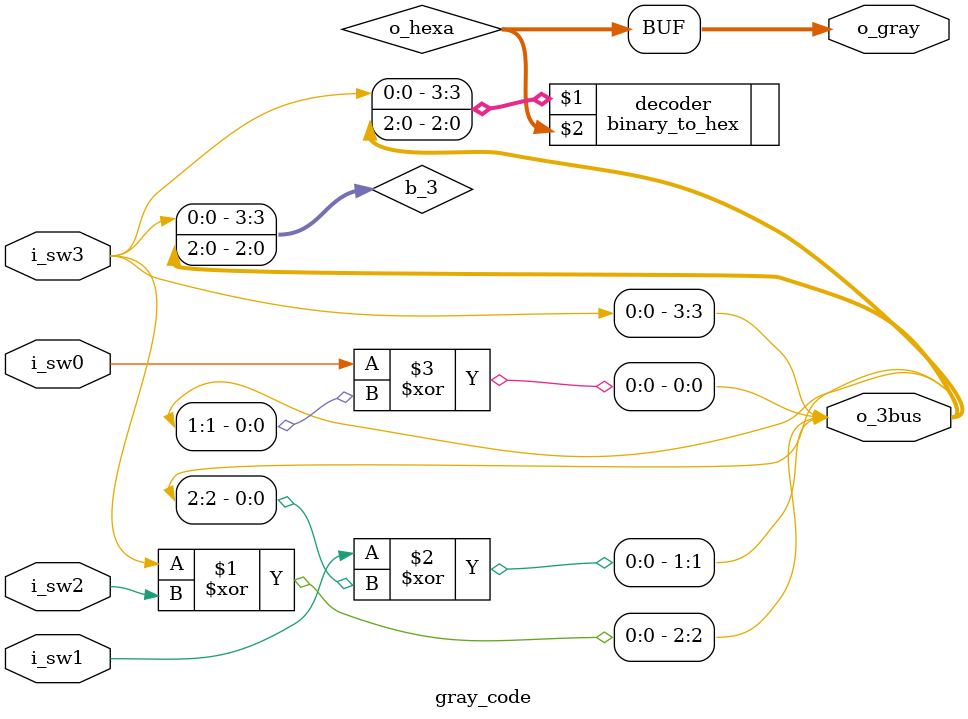
<source format=v>
`include "binary_to_hexadecimal.v"

module gray_code
  (
   i_sw0,
   i_sw1,
   i_sw2,
   i_sw3,
   o_3bus,
   o_gray
   );

  input i_sw0;

  input i_sw1;

  input i_sw2;
  
  input i_sw3;
  
  output [3:0] o_3bus; // 4 bits to be changed as hexdecimal bits
  
  output [3:0] o_gray;
  
  wire [3:0] o_hexa; // declaration for decoder
  
  // wire outputs to be decoded after combinational logic
  wire [3:0] b_3;
  
  assign b_3[3] = i_sw3;
  assign b_3[2] = i_sw3 ^ i_sw2;
  assign b_3[1] = i_sw1 ^ b_3[2]; 
  assign b_3[0] = i_sw0 ^ b_3[1]; 
  
  assign o_3bus = b_3;
  
binary_to_hex decoder
  (
   o_3bus,
   o_hexa
   );

  assign o_gray = o_hexa;
  
endmodule 
</source>
